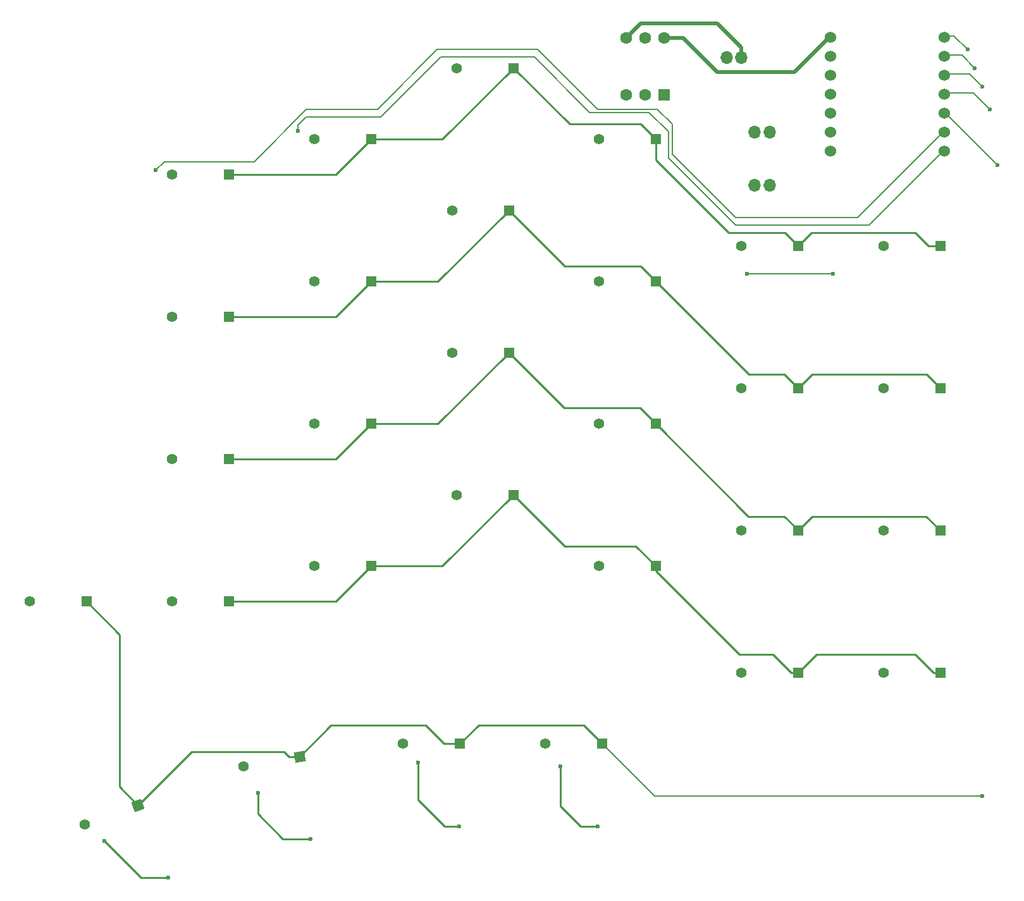
<source format=gbr>
G04 #@! TF.GenerationSoftware,KiCad,Pcbnew,9.0.6*
G04 #@! TF.CreationDate,2025-12-07T22:08:42+09:00*
G04 #@! TF.ProjectId,tarakkie_v1_light,74617261-6b6b-4696-955f-76315f6c6967,rev?*
G04 #@! TF.SameCoordinates,Original*
G04 #@! TF.FileFunction,Copper,L1,Top*
G04 #@! TF.FilePolarity,Positive*
%FSLAX46Y46*%
G04 Gerber Fmt 4.6, Leading zero omitted, Abs format (unit mm)*
G04 Created by KiCad (PCBNEW 9.0.6) date 2025-12-07 22:08:42*
%MOMM*%
%LPD*%
G01*
G04 APERTURE LIST*
G04 Aperture macros list*
%AMRoundRect*
0 Rectangle with rounded corners*
0 $1 Rounding radius*
0 $2 $3 $4 $5 $6 $7 $8 $9 X,Y pos of 4 corners*
0 Add a 4 corners polygon primitive as box body*
4,1,4,$2,$3,$4,$5,$6,$7,$8,$9,$2,$3,0*
0 Add four circle primitives for the rounded corners*
1,1,$1+$1,$2,$3*
1,1,$1+$1,$4,$5*
1,1,$1+$1,$6,$7*
1,1,$1+$1,$8,$9*
0 Add four rect primitives between the rounded corners*
20,1,$1+$1,$2,$3,$4,$5,0*
20,1,$1+$1,$4,$5,$6,$7,0*
20,1,$1+$1,$6,$7,$8,$9,0*
20,1,$1+$1,$8,$9,$2,$3,0*%
%AMRotRect*
0 Rectangle, with rotation*
0 The origin of the aperture is its center*
0 $1 length*
0 $2 width*
0 $3 Rotation angle, in degrees counterclockwise*
0 Add horizontal line*
21,1,$1,$2,0,0,$3*%
G04 Aperture macros list end*
G04 #@! TA.AperFunction,ComponentPad*
%ADD10R,1.397000X1.397000*%
G04 #@! TD*
G04 #@! TA.AperFunction,ComponentPad*
%ADD11C,1.397000*%
G04 #@! TD*
G04 #@! TA.AperFunction,ComponentPad*
%ADD12RotRect,1.397000X1.397000X190.000000*%
G04 #@! TD*
G04 #@! TA.AperFunction,ComponentPad*
%ADD13RotRect,1.397000X1.397000X200.000000*%
G04 #@! TD*
G04 #@! TA.AperFunction,ComponentPad*
%ADD14O,1.700000X1.700000*%
G04 #@! TD*
G04 #@! TA.AperFunction,ComponentPad*
%ADD15C,1.524000*%
G04 #@! TD*
G04 #@! TA.AperFunction,ComponentPad*
%ADD16RoundRect,0.250000X0.550000X-0.550000X0.550000X0.550000X-0.550000X0.550000X-0.550000X-0.550000X0*%
G04 #@! TD*
G04 #@! TA.AperFunction,ComponentPad*
%ADD17C,1.600000*%
G04 #@! TD*
G04 #@! TA.AperFunction,ViaPad*
%ADD18C,0.600000*%
G04 #@! TD*
G04 #@! TA.AperFunction,Conductor*
%ADD19C,0.250000*%
G04 #@! TD*
G04 #@! TA.AperFunction,Conductor*
%ADD20C,0.200000*%
G04 #@! TD*
G04 #@! TA.AperFunction,Conductor*
%ADD21C,0.500000*%
G04 #@! TD*
G04 APERTURE END LIST*
D10*
X96678750Y-107156250D03*
D11*
X89058750Y-107156250D03*
D10*
X153828750Y-102393750D03*
D11*
X146208750Y-102393750D03*
D10*
X153828750Y-121443750D03*
D11*
X146208750Y-121443750D03*
D10*
X96678750Y-88106250D03*
D11*
X89058750Y-88106250D03*
D10*
X96678750Y-69056250D03*
D11*
X89058750Y-69056250D03*
D10*
X127635000Y-130968750D03*
D11*
X120015000Y-130968750D03*
D10*
X77628750Y-111918750D03*
D11*
X70008750Y-111918750D03*
D10*
X172878750Y-83343750D03*
D11*
X165258750Y-83343750D03*
D10*
X134778750Y-50006250D03*
D11*
X127158750Y-50006250D03*
D10*
X172878750Y-64293750D03*
D11*
X165258750Y-64293750D03*
D10*
X134778750Y-69056250D03*
D11*
X127158750Y-69056250D03*
D10*
X108585000Y-130968750D03*
D11*
X100965000Y-130968750D03*
D12*
X87095870Y-132688400D03*
D11*
X79591630Y-134011600D03*
D10*
X134778750Y-88106250D03*
D11*
X127158750Y-88106250D03*
D10*
X58578750Y-111918750D03*
D11*
X50958750Y-111918750D03*
D10*
X77628750Y-92868750D03*
D11*
X70008750Y-92868750D03*
D10*
X77628750Y-54768750D03*
D11*
X70008750Y-54768750D03*
D10*
X77628750Y-73818750D03*
D11*
X70008750Y-73818750D03*
D13*
X65492729Y-139190653D03*
D11*
X58332271Y-141796847D03*
D10*
X115728750Y-40481251D03*
D11*
X108108750Y-40481249D03*
D10*
X172878750Y-121443750D03*
D11*
X165258750Y-121443750D03*
D10*
X115122500Y-78581250D03*
D11*
X107502500Y-78581250D03*
D10*
X96678750Y-50006250D03*
D11*
X89058750Y-50006250D03*
D10*
X115122500Y-59531250D03*
D11*
X107502500Y-59531250D03*
D10*
X153828750Y-64293750D03*
D11*
X146208750Y-64293750D03*
D10*
X115728750Y-97631250D03*
D11*
X108108750Y-97631250D03*
D10*
X153828750Y-83343750D03*
D11*
X146208750Y-83343750D03*
D10*
X134778750Y-107156250D03*
D11*
X127158750Y-107156250D03*
D10*
X172878750Y-102393750D03*
D11*
X165258750Y-102393750D03*
D14*
X146256250Y-39060000D03*
X144256250Y-39060000D03*
X150018750Y-56172500D03*
X148018750Y-56172500D03*
D15*
X173400000Y-36380000D03*
X173400000Y-38920000D03*
X173400000Y-41460000D03*
X173400000Y-44000000D03*
X173400000Y-46540000D03*
X173400000Y-49080000D03*
X173400000Y-51620000D03*
X158160000Y-51620000D03*
X158160000Y-49080000D03*
X158160000Y-46540000D03*
X158160000Y-44000000D03*
X158160000Y-41460000D03*
X158160000Y-38920000D03*
X158160000Y-36380000D03*
D16*
X135890000Y-44060000D03*
D17*
X133350000Y-44060000D03*
X130810000Y-44060000D03*
X130810000Y-36440000D03*
X133350000Y-36440000D03*
X135890000Y-36440000D03*
D14*
X150018750Y-49028750D03*
X148018750Y-49028750D03*
D18*
X176500000Y-38000000D03*
X177500000Y-40500000D03*
X178500000Y-43000000D03*
X179500000Y-46000000D03*
X178500000Y-138000000D03*
X180500000Y-53500000D03*
X67850000Y-54150000D03*
X86900000Y-48900000D03*
X158500000Y-68000000D03*
X147000000Y-68000000D03*
X61000000Y-144000000D03*
X69500000Y-148843186D03*
X81500000Y-137500000D03*
X88573595Y-143735265D03*
X103000000Y-133500000D03*
X108500000Y-142000000D03*
X122000000Y-134000000D03*
X127001965Y-141987545D03*
D19*
X152035000Y-62500000D02*
X153828750Y-64293750D01*
X123247499Y-48000000D02*
X132772500Y-48000000D01*
X134778750Y-50006250D02*
X134778750Y-52778750D01*
X144500000Y-62500000D02*
X152035000Y-62500000D01*
X77628750Y-54768750D02*
X91916250Y-54768750D01*
X171293750Y-64293750D02*
X172878750Y-64293750D01*
X169500000Y-62500000D02*
X171293750Y-64293750D01*
D20*
X173400000Y-36198500D02*
X174698500Y-36198500D01*
X174698500Y-36198500D02*
X176500000Y-38000000D01*
D19*
X155622500Y-62500000D02*
X169500000Y-62500000D01*
X115728750Y-40481251D02*
X123247499Y-48000000D01*
X91916250Y-54768750D02*
X96678750Y-50006250D01*
X153828750Y-64293750D02*
X155622500Y-62500000D01*
X132772500Y-48000000D02*
X134778750Y-50006250D01*
X134778750Y-52778750D02*
X144500000Y-62500000D01*
X96678750Y-50006250D02*
X106203751Y-50006250D01*
X106203751Y-50006250D02*
X115728750Y-40481251D01*
X134778750Y-69056250D02*
X147222500Y-81500000D01*
X132722500Y-67000000D02*
X134778750Y-69056250D01*
X171035000Y-81500000D02*
X172878750Y-83343750D01*
D20*
X173400000Y-38738500D02*
X175738500Y-38738500D01*
D19*
X155672500Y-81500000D02*
X171035000Y-81500000D01*
X77628750Y-73818750D02*
X91916250Y-73818750D01*
X153828750Y-83343750D02*
X155672500Y-81500000D01*
X147222500Y-81500000D02*
X151985000Y-81500000D01*
X122591250Y-67000000D02*
X132722500Y-67000000D01*
X91916250Y-73818750D02*
X96678750Y-69056250D01*
X115122500Y-59531250D02*
X122591250Y-67000000D01*
X96678750Y-69056250D02*
X105597500Y-69056250D01*
X151985000Y-81500000D02*
X153828750Y-83343750D01*
D20*
X175738500Y-38738500D02*
X177500000Y-40500000D01*
D19*
X105597500Y-69056250D02*
X115122500Y-59531250D01*
X115122500Y-78581250D02*
X122541250Y-86000000D01*
X155722500Y-100500000D02*
X170985000Y-100500000D01*
X153828750Y-102393750D02*
X155722500Y-100500000D01*
X134778750Y-88106250D02*
X147172500Y-100500000D01*
D20*
X173400000Y-41278500D02*
X176778500Y-41278500D01*
D19*
X122541250Y-86000000D02*
X132672500Y-86000000D01*
X147172500Y-100500000D02*
X152000000Y-100500000D01*
X77628750Y-92868750D02*
X91916250Y-92868750D01*
X153828750Y-102328750D02*
X153828750Y-102393750D01*
X105597500Y-88106250D02*
X115122500Y-78581250D01*
X170985000Y-100500000D02*
X172878750Y-102393750D01*
X91916250Y-92868750D02*
X96678750Y-88106250D01*
X152000000Y-100500000D02*
X153828750Y-102328750D01*
X132672500Y-86000000D02*
X134778750Y-88106250D01*
D20*
X176778500Y-41278500D02*
X178500000Y-43000000D01*
D19*
X96678750Y-88106250D02*
X105597500Y-88106250D01*
X146000000Y-119000000D02*
X150500000Y-119000000D01*
D20*
X177318500Y-43818500D02*
X179500000Y-46000000D01*
D19*
X150500000Y-119000000D02*
X152943750Y-121443750D01*
X132122500Y-104500000D02*
X134778750Y-107156250D01*
X156272500Y-119000000D02*
X169500000Y-119000000D01*
X134778750Y-107778750D02*
X146000000Y-119000000D01*
X77628750Y-111918750D02*
X91916250Y-111918750D01*
X122597500Y-104500000D02*
X132122500Y-104500000D01*
D20*
X173400000Y-43818500D02*
X177318500Y-43818500D01*
D19*
X91916250Y-111918750D02*
X96678750Y-107156250D01*
X171943750Y-121443750D02*
X172878750Y-121443750D01*
X153828750Y-121443750D02*
X156272500Y-119000000D01*
X169500000Y-119000000D02*
X171943750Y-121443750D01*
X152943750Y-121443750D02*
X153828750Y-121443750D01*
X106203750Y-107156250D02*
X115728750Y-97631250D01*
X115728750Y-97631250D02*
X122597500Y-104500000D01*
X96678750Y-107156250D02*
X106203750Y-107156250D01*
X134778750Y-107156250D02*
X134778750Y-107778750D01*
X58578750Y-111918750D02*
X63000000Y-116340000D01*
X65492729Y-139190653D02*
X72683382Y-132000000D01*
X63000000Y-136697924D02*
X65492729Y-139190653D01*
X108585000Y-130968750D02*
X111053750Y-128500000D01*
X91284268Y-128500000D02*
X104000000Y-128500000D01*
X125166250Y-128500000D02*
X127635000Y-130968750D01*
X111053750Y-128500000D02*
X125166250Y-128500000D01*
D20*
X173400000Y-46358500D02*
X180500000Y-53458500D01*
D19*
X106468750Y-130968750D02*
X108585000Y-130968750D01*
X87095868Y-132688400D02*
X91284268Y-128500000D01*
X85688400Y-132688400D02*
X87095868Y-132688400D01*
D20*
X178500000Y-138000000D02*
X134666250Y-138000000D01*
X180500000Y-53458500D02*
X180500000Y-53500000D01*
X134666250Y-138000000D02*
X127635000Y-130968750D01*
D19*
X72683382Y-132000000D02*
X85000000Y-132000000D01*
X104000000Y-128500000D02*
X106468750Y-130968750D01*
X85000000Y-132000000D02*
X85688400Y-132688400D01*
X63000000Y-116340000D02*
X63000000Y-136697924D01*
D21*
X153358500Y-41000000D02*
X143000000Y-41000000D01*
X158160000Y-36198500D02*
X153358500Y-41000000D01*
X138440000Y-36440000D02*
X135890000Y-36440000D01*
X143000000Y-41000000D02*
X138440000Y-36440000D01*
X146256250Y-37756250D02*
X146256250Y-39060000D01*
X143000000Y-34500000D02*
X146256250Y-37756250D01*
X130810000Y-36440000D02*
X132750000Y-34500000D01*
X132750000Y-34500000D02*
X143000000Y-34500000D01*
D20*
X69000000Y-53000000D02*
X81000000Y-53000000D01*
X97500000Y-46000000D02*
X105500000Y-38000000D01*
X81000000Y-53000000D02*
X88000000Y-46000000D01*
X161798500Y-60500000D02*
X173400000Y-48898500D01*
X105500000Y-38000000D02*
X119000000Y-38000000D01*
X127000000Y-46000000D02*
X135000000Y-46000000D01*
X67850000Y-54150000D02*
X69000000Y-53000000D01*
X88000000Y-46000000D02*
X97500000Y-46000000D01*
X135000000Y-46000000D02*
X137000000Y-48000000D01*
X137000000Y-52000000D02*
X145500000Y-60500000D01*
X145500000Y-60500000D02*
X161798500Y-60500000D01*
X137000000Y-48000000D02*
X137000000Y-52000000D01*
X119000000Y-38000000D02*
X127000000Y-46000000D01*
X86900000Y-48100000D02*
X88000000Y-47000000D01*
X118500000Y-39000000D02*
X125901000Y-46401000D01*
X133901000Y-46401000D02*
X136500000Y-49000000D01*
X86900000Y-48900000D02*
X86900000Y-48100000D01*
X106000000Y-39000000D02*
X118500000Y-39000000D01*
X136500000Y-52500000D02*
X145500000Y-61500000D01*
X136500000Y-49000000D02*
X136500000Y-52500000D01*
X88000000Y-47000000D02*
X98000000Y-47000000D01*
X98000000Y-47000000D02*
X106000000Y-39000000D01*
X145500000Y-61500000D02*
X163338500Y-61500000D01*
X163338500Y-61500000D02*
X173400000Y-51438500D01*
X125901000Y-46401000D02*
X133901000Y-46401000D01*
X158500000Y-68000000D02*
X147000000Y-68000000D01*
D19*
X61000000Y-144000000D02*
X65843186Y-148843186D01*
X65843186Y-148843186D02*
X69500000Y-148843186D01*
X81500000Y-137500000D02*
X81500000Y-140363730D01*
X84845636Y-143709366D02*
X88547696Y-143709366D01*
X81500000Y-140363730D02*
X84845636Y-143709366D01*
X88547696Y-143709366D02*
X88573595Y-143735265D01*
X103000000Y-133500000D02*
X103000000Y-138500000D01*
X106500000Y-142000000D02*
X108500000Y-142000000D01*
X103000000Y-138500000D02*
X106500000Y-142000000D01*
X122000000Y-134000000D02*
X122000000Y-139300159D01*
X123099921Y-140400080D02*
X124687386Y-141987545D01*
X122000000Y-139300159D02*
X123099921Y-140400080D01*
X124687386Y-141987545D02*
X127001965Y-141987545D01*
M02*

</source>
